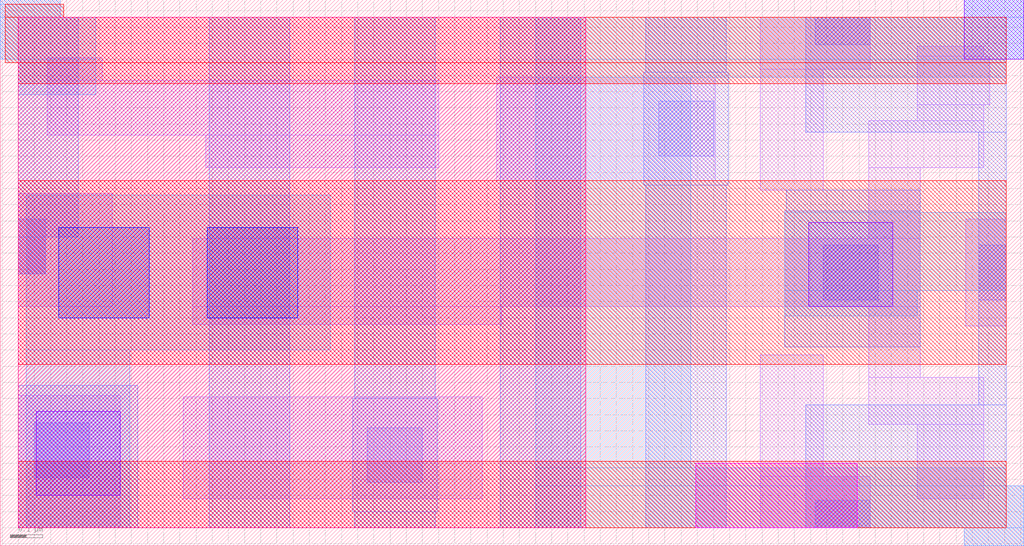
<source format=lef>
# Copyright 2020 The SkyWater PDK Authors
#
# Licensed under the Apache License, Version 2.0 (the "License");
# you may not use this file except in compliance with the License.
# You may obtain a copy of the License at
#
#     https://www.apache.org/licenses/LICENSE-2.0
#
# Unless required by applicable law or agreed to in writing, software
# distributed under the License is distributed on an "AS IS" BASIS,
# WITHOUT WARRANTIES OR CONDITIONS OF ANY KIND, either express or implied.
# See the License for the specific language governing permissions and
# limitations under the License.
#
# SPDX-License-Identifier: Apache-2.0

VERSION 5.7 ;
  NOWIREEXTENSIONATPIN ON ;
  DIVIDERCHAR "/" ;
  BUSBITCHARS "[]" ;
MACRO sky130_fd_bd_sram__sram_dp_swldrv_opt4ai
  CLASS BLOCK ;
  FOREIGN sky130_fd_bd_sram__sram_dp_swldrv_opt4ai ;
  ORIGIN  0.055000  0.055000 ;
  SIZE  3.165000 BY  1.690000 ;
  OBS
    LAYER li1 ;
      RECT 0.000000 0.000000 0.315000 0.410000 ;
      RECT 0.000000 0.685000 0.290000 1.035000 ;
      RECT 0.090000 1.215000 1.300000 1.385000 ;
      RECT 0.090000 1.385000 0.260000 1.455000 ;
      RECT 0.510000 0.090000 1.435000 0.405000 ;
      RECT 0.540000 0.630000 1.495000 0.685000 ;
      RECT 0.540000 0.685000 2.790000 0.895000 ;
      RECT 0.580000 1.115000 1.300000 1.215000 ;
      RECT 1.480000 1.075000 2.155000 1.395000 ;
      RECT 2.295000 0.000000 2.635000 0.160000 ;
      RECT 2.295000 0.160000 2.490000 0.535000 ;
      RECT 2.295000 1.045000 2.490000 1.420000 ;
      RECT 2.295000 1.420000 2.635000 1.580000 ;
      RECT 2.630000 0.320000 2.985000 0.465000 ;
      RECT 2.630000 0.465000 2.790000 0.685000 ;
      RECT 2.630000 0.895000 2.790000 1.115000 ;
      RECT 2.630000 1.115000 2.985000 1.260000 ;
      RECT 2.780000 0.090000 2.985000 0.320000 ;
      RECT 2.780000 1.260000 2.985000 1.310000 ;
      RECT 2.780000 1.310000 3.005000 1.460000 ;
      RECT 2.780000 1.460000 2.985000 1.490000 ;
      RECT 2.930000 0.625000 3.055000 0.955000 ;
    LAYER mcon ;
      RECT 0.000000 0.785000 0.085000 0.955000 ;
      RECT 0.050000 0.155000 0.220000 0.325000 ;
      RECT 1.080000 0.140000 1.250000 0.310000 ;
      RECT 1.980000 1.150000 2.150000 1.320000 ;
      RECT 2.465000 0.000000 2.635000 0.085000 ;
      RECT 2.465000 1.495000 2.635000 1.580000 ;
      RECT 2.490000 0.705000 2.660000 0.875000 ;
      RECT 2.970000 0.705000 3.055000 0.875000 ;
    LAYER met1 ;
      RECT -0.055000  1.450000 0.185000 1.580000 ;
      RECT -0.055000  1.580000 0.130000 1.635000 ;
      RECT  0.000000  0.000000 0.370000 0.440000 ;
      RECT  0.000000  0.785000 0.085000 0.900000 ;
      RECT  0.000000  0.900000 0.185000 1.450000 ;
      RECT  0.590000  0.000000 0.840000 1.580000 ;
      RECT  1.035000  0.050000 1.295000 0.400000 ;
      RECT  1.040000  0.000000 1.290000 0.050000 ;
      RECT  1.040000  0.400000 1.290000 1.580000 ;
      RECT  1.490000  0.000000 1.740000 1.580000 ;
      RECT  1.935000  1.060000 2.195000 1.410000 ;
      RECT  1.940000  0.000000 2.190000 1.060000 ;
      RECT  1.940000  1.410000 2.190000 1.580000 ;
      RECT  2.370000  0.560000 2.790000 0.980000 ;
      RECT  2.375000  0.980000 2.790000 1.045000 ;
      RECT  2.435000  0.000000 3.110000 0.130000 ;
      RECT  2.435000  0.130000 3.055000 0.380000 ;
      RECT  2.435000  1.225000 3.055000 1.450000 ;
      RECT  2.435000  1.450000 3.110000 1.580000 ;
      RECT  2.925000 -0.055000 3.110000 0.000000 ;
      RECT  2.925000  1.580000 3.110000 1.635000 ;
      RECT  2.970000  0.380000 3.055000 1.225000 ;
    LAYER met2 ;
      RECT -0.055000  1.450000 0.240000 1.580000 ;
      RECT -0.055000  1.580000 0.140000 1.620000 ;
      RECT -0.055000  1.620000 0.130000 1.635000 ;
      RECT -0.040000  1.440000 0.240000 1.450000 ;
      RECT  0.000000  1.340000 0.240000 1.440000 ;
      RECT  0.025000  0.000000 0.345000 0.550000 ;
      RECT  0.025000  0.550000 0.965000 1.030000 ;
      RECT  1.600000  0.000000 3.110000 0.130000 ;
      RECT  1.600000  0.130000 3.055000 0.185000 ;
      RECT  1.600000  0.185000 2.080000 1.395000 ;
      RECT  1.600000  1.395000 3.055000 1.450000 ;
      RECT  1.600000  1.450000 3.110000 1.580000 ;
      RECT  2.370000  0.655000 2.780000 0.735000 ;
      RECT  2.370000  0.735000 3.055000 0.975000 ;
      RECT  2.925000 -0.055000 3.110000 0.000000 ;
      RECT  2.925000  1.580000 3.110000 1.635000 ;
    LAYER met3 ;
      RECT -0.040000 1.440000 3.055000 1.580000 ;
      RECT -0.040000 1.580000 0.140000 1.620000 ;
      RECT  0.000000 0.000000 3.055000 0.205000 ;
      RECT  0.000000 0.505000 3.055000 1.075000 ;
      RECT  0.000000 1.375000 3.055000 1.440000 ;
    LAYER nwell ;
      RECT 0.000000 0.000000 1.755000 1.580000 ;
    LAYER pwell ;
      RECT 2.095000 0.000000 2.595000 0.200000 ;
    LAYER via ;
      RECT 0.055000 0.100000 0.315000 0.360000 ;
      RECT 2.445000 0.685000 2.705000 0.945000 ;
      RECT 2.925000 1.450000 3.110000 1.635000 ;
    LAYER via2 ;
      RECT 0.125000 0.650000 0.405000 0.930000 ;
      RECT 0.585000 0.650000 0.865000 0.930000 ;
  END
END sky130_fd_bd_sram__sram_dp_swldrv_opt4ai
END LIBRARY

</source>
